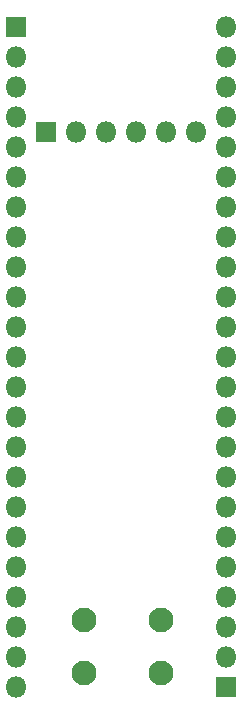
<source format=gbr>
%TF.GenerationSoftware,KiCad,Pcbnew,5.1.6-c6e7f7d~87~ubuntu18.04.1*%
%TF.CreationDate,2020-09-17T09:17:57+10:00*%
%TF.ProjectId,MSPY-FR2355,4d535059-2d46-4523-9233-35352e6b6963,rev?*%
%TF.SameCoordinates,Original*%
%TF.FileFunction,Soldermask,Bot*%
%TF.FilePolarity,Negative*%
%FSLAX46Y46*%
G04 Gerber Fmt 4.6, Leading zero omitted, Abs format (unit mm)*
G04 Created by KiCad (PCBNEW 5.1.6-c6e7f7d~87~ubuntu18.04.1) date 2020-09-17 09:17:57*
%MOMM*%
%LPD*%
G01*
G04 APERTURE LIST*
%ADD10O,1.800000X1.800000*%
%ADD11R,1.800000X1.800000*%
%ADD12C,2.100000*%
G04 APERTURE END LIST*
D10*
%TO.C,J2*%
X149352000Y-69596000D03*
X149352000Y-72136000D03*
X149352000Y-74676000D03*
X149352000Y-77216000D03*
X149352000Y-79756000D03*
X149352000Y-82296000D03*
X149352000Y-84836000D03*
X149352000Y-87376000D03*
X149352000Y-89916000D03*
X149352000Y-92456000D03*
X149352000Y-94996000D03*
X149352000Y-97536000D03*
X149352000Y-100076000D03*
X149352000Y-102616000D03*
X149352000Y-105156000D03*
X149352000Y-107696000D03*
X149352000Y-110236000D03*
X149352000Y-112776000D03*
X149352000Y-115316000D03*
X149352000Y-117856000D03*
X149352000Y-120396000D03*
X149352000Y-122936000D03*
D11*
X149352000Y-125476000D03*
%TD*%
D10*
%TO.C,J1*%
X131572000Y-125476000D03*
X131572000Y-122936000D03*
X131572000Y-120396000D03*
X131572000Y-117856000D03*
X131572000Y-115316000D03*
X131572000Y-112776000D03*
X131572000Y-110236000D03*
X131572000Y-107696000D03*
X131572000Y-105156000D03*
X131572000Y-102616000D03*
X131572000Y-100076000D03*
X131572000Y-97536000D03*
X131572000Y-94996000D03*
X131572000Y-92456000D03*
X131572000Y-89916000D03*
X131572000Y-87376000D03*
X131572000Y-84836000D03*
X131572000Y-82296000D03*
X131572000Y-79756000D03*
X131572000Y-77216000D03*
X131572000Y-74676000D03*
X131572000Y-72136000D03*
D11*
X131572000Y-69596000D03*
%TD*%
D12*
%TO.C,SW1*%
X143787000Y-119761000D03*
X143787000Y-124261000D03*
X137287000Y-119761000D03*
X137287000Y-124261000D03*
%TD*%
D10*
%TO.C,J3*%
X146812000Y-78486000D03*
X144272000Y-78486000D03*
X141732000Y-78486000D03*
X139192000Y-78486000D03*
X136652000Y-78486000D03*
D11*
X134112000Y-78486000D03*
%TD*%
M02*

</source>
